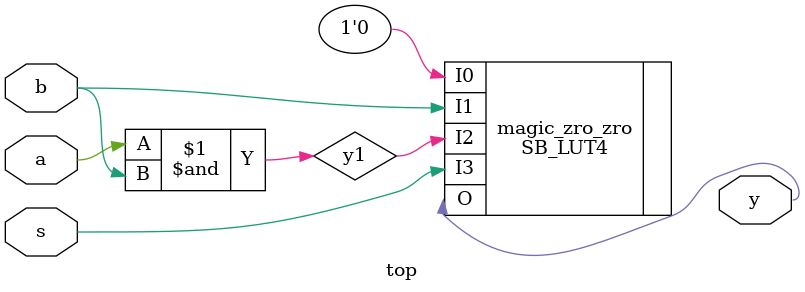
<source format=v>
module top (input a,b,s,output y);
wire y1;
assign y1 = a & b;	
localparam [14:0] KEEP = 15'b110011001111000;

SB_LUT4 #(.LUT_INIT({ KEEP, 1'b0})) magic_zro_zro (.I0(1'b0), .I1(b), .I2(y1), .I3(s), .O(y));
endmodule


</source>
